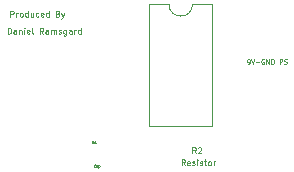
<source format=gbr>
%TF.GenerationSoftware,KiCad,Pcbnew,7.0.6-0*%
%TF.CreationDate,2023-08-01T21:24:21-04:00*%
%TF.ProjectId,Light_Alarm,4c696768-745f-4416-9c61-726d2e6b6963,rev?*%
%TF.SameCoordinates,Original*%
%TF.FileFunction,Legend,Top*%
%TF.FilePolarity,Positive*%
%FSLAX46Y46*%
G04 Gerber Fmt 4.6, Leading zero omitted, Abs format (unit mm)*
G04 Created by KiCad (PCBNEW 7.0.6-0) date 2023-08-01 21:24:21*
%MOMM*%
%LPD*%
G01*
G04 APERTURE LIST*
%ADD10C,0.125000*%
%ADD11C,0.100000*%
%ADD12C,0.050000*%
%ADD13C,0.120000*%
G04 APERTURE END LIST*
D10*
X144981283Y-91372309D02*
X144981283Y-90872309D01*
X144981283Y-90872309D02*
X145100331Y-90872309D01*
X145100331Y-90872309D02*
X145171759Y-90896119D01*
X145171759Y-90896119D02*
X145219378Y-90943738D01*
X145219378Y-90943738D02*
X145243188Y-90991357D01*
X145243188Y-90991357D02*
X145266997Y-91086595D01*
X145266997Y-91086595D02*
X145266997Y-91158023D01*
X145266997Y-91158023D02*
X145243188Y-91253261D01*
X145243188Y-91253261D02*
X145219378Y-91300880D01*
X145219378Y-91300880D02*
X145171759Y-91348500D01*
X145171759Y-91348500D02*
X145100331Y-91372309D01*
X145100331Y-91372309D02*
X144981283Y-91372309D01*
X145695569Y-91372309D02*
X145695569Y-91110404D01*
X145695569Y-91110404D02*
X145671759Y-91062785D01*
X145671759Y-91062785D02*
X145624140Y-91038976D01*
X145624140Y-91038976D02*
X145528902Y-91038976D01*
X145528902Y-91038976D02*
X145481283Y-91062785D01*
X145695569Y-91348500D02*
X145647950Y-91372309D01*
X145647950Y-91372309D02*
X145528902Y-91372309D01*
X145528902Y-91372309D02*
X145481283Y-91348500D01*
X145481283Y-91348500D02*
X145457474Y-91300880D01*
X145457474Y-91300880D02*
X145457474Y-91253261D01*
X145457474Y-91253261D02*
X145481283Y-91205642D01*
X145481283Y-91205642D02*
X145528902Y-91181833D01*
X145528902Y-91181833D02*
X145647950Y-91181833D01*
X145647950Y-91181833D02*
X145695569Y-91158023D01*
X145933664Y-91038976D02*
X145933664Y-91372309D01*
X145933664Y-91086595D02*
X145957474Y-91062785D01*
X145957474Y-91062785D02*
X146005093Y-91038976D01*
X146005093Y-91038976D02*
X146076521Y-91038976D01*
X146076521Y-91038976D02*
X146124140Y-91062785D01*
X146124140Y-91062785D02*
X146147950Y-91110404D01*
X146147950Y-91110404D02*
X146147950Y-91372309D01*
X146386045Y-91372309D02*
X146386045Y-91038976D01*
X146386045Y-90872309D02*
X146362236Y-90896119D01*
X146362236Y-90896119D02*
X146386045Y-90919928D01*
X146386045Y-90919928D02*
X146409855Y-90896119D01*
X146409855Y-90896119D02*
X146386045Y-90872309D01*
X146386045Y-90872309D02*
X146386045Y-90919928D01*
X146814616Y-91348500D02*
X146766997Y-91372309D01*
X146766997Y-91372309D02*
X146671759Y-91372309D01*
X146671759Y-91372309D02*
X146624140Y-91348500D01*
X146624140Y-91348500D02*
X146600331Y-91300880D01*
X146600331Y-91300880D02*
X146600331Y-91110404D01*
X146600331Y-91110404D02*
X146624140Y-91062785D01*
X146624140Y-91062785D02*
X146671759Y-91038976D01*
X146671759Y-91038976D02*
X146766997Y-91038976D01*
X146766997Y-91038976D02*
X146814616Y-91062785D01*
X146814616Y-91062785D02*
X146838426Y-91110404D01*
X146838426Y-91110404D02*
X146838426Y-91158023D01*
X146838426Y-91158023D02*
X146600331Y-91205642D01*
X147124140Y-91372309D02*
X147076521Y-91348500D01*
X147076521Y-91348500D02*
X147052711Y-91300880D01*
X147052711Y-91300880D02*
X147052711Y-90872309D01*
X147981282Y-91372309D02*
X147814616Y-91134214D01*
X147695568Y-91372309D02*
X147695568Y-90872309D01*
X147695568Y-90872309D02*
X147886044Y-90872309D01*
X147886044Y-90872309D02*
X147933663Y-90896119D01*
X147933663Y-90896119D02*
X147957473Y-90919928D01*
X147957473Y-90919928D02*
X147981282Y-90967547D01*
X147981282Y-90967547D02*
X147981282Y-91038976D01*
X147981282Y-91038976D02*
X147957473Y-91086595D01*
X147957473Y-91086595D02*
X147933663Y-91110404D01*
X147933663Y-91110404D02*
X147886044Y-91134214D01*
X147886044Y-91134214D02*
X147695568Y-91134214D01*
X148409854Y-91372309D02*
X148409854Y-91110404D01*
X148409854Y-91110404D02*
X148386044Y-91062785D01*
X148386044Y-91062785D02*
X148338425Y-91038976D01*
X148338425Y-91038976D02*
X148243187Y-91038976D01*
X148243187Y-91038976D02*
X148195568Y-91062785D01*
X148409854Y-91348500D02*
X148362235Y-91372309D01*
X148362235Y-91372309D02*
X148243187Y-91372309D01*
X148243187Y-91372309D02*
X148195568Y-91348500D01*
X148195568Y-91348500D02*
X148171759Y-91300880D01*
X148171759Y-91300880D02*
X148171759Y-91253261D01*
X148171759Y-91253261D02*
X148195568Y-91205642D01*
X148195568Y-91205642D02*
X148243187Y-91181833D01*
X148243187Y-91181833D02*
X148362235Y-91181833D01*
X148362235Y-91181833D02*
X148409854Y-91158023D01*
X148647949Y-91372309D02*
X148647949Y-91038976D01*
X148647949Y-91086595D02*
X148671759Y-91062785D01*
X148671759Y-91062785D02*
X148719378Y-91038976D01*
X148719378Y-91038976D02*
X148790806Y-91038976D01*
X148790806Y-91038976D02*
X148838425Y-91062785D01*
X148838425Y-91062785D02*
X148862235Y-91110404D01*
X148862235Y-91110404D02*
X148862235Y-91372309D01*
X148862235Y-91110404D02*
X148886044Y-91062785D01*
X148886044Y-91062785D02*
X148933663Y-91038976D01*
X148933663Y-91038976D02*
X149005092Y-91038976D01*
X149005092Y-91038976D02*
X149052711Y-91062785D01*
X149052711Y-91062785D02*
X149076521Y-91110404D01*
X149076521Y-91110404D02*
X149076521Y-91372309D01*
X149290807Y-91348500D02*
X149338426Y-91372309D01*
X149338426Y-91372309D02*
X149433664Y-91372309D01*
X149433664Y-91372309D02*
X149481283Y-91348500D01*
X149481283Y-91348500D02*
X149505092Y-91300880D01*
X149505092Y-91300880D02*
X149505092Y-91277071D01*
X149505092Y-91277071D02*
X149481283Y-91229452D01*
X149481283Y-91229452D02*
X149433664Y-91205642D01*
X149433664Y-91205642D02*
X149362235Y-91205642D01*
X149362235Y-91205642D02*
X149314616Y-91181833D01*
X149314616Y-91181833D02*
X149290807Y-91134214D01*
X149290807Y-91134214D02*
X149290807Y-91110404D01*
X149290807Y-91110404D02*
X149314616Y-91062785D01*
X149314616Y-91062785D02*
X149362235Y-91038976D01*
X149362235Y-91038976D02*
X149433664Y-91038976D01*
X149433664Y-91038976D02*
X149481283Y-91062785D01*
X149933664Y-91038976D02*
X149933664Y-91443738D01*
X149933664Y-91443738D02*
X149909854Y-91491357D01*
X149909854Y-91491357D02*
X149886045Y-91515166D01*
X149886045Y-91515166D02*
X149838426Y-91538976D01*
X149838426Y-91538976D02*
X149766997Y-91538976D01*
X149766997Y-91538976D02*
X149719378Y-91515166D01*
X149933664Y-91348500D02*
X149886045Y-91372309D01*
X149886045Y-91372309D02*
X149790807Y-91372309D01*
X149790807Y-91372309D02*
X149743188Y-91348500D01*
X149743188Y-91348500D02*
X149719378Y-91324690D01*
X149719378Y-91324690D02*
X149695569Y-91277071D01*
X149695569Y-91277071D02*
X149695569Y-91134214D01*
X149695569Y-91134214D02*
X149719378Y-91086595D01*
X149719378Y-91086595D02*
X149743188Y-91062785D01*
X149743188Y-91062785D02*
X149790807Y-91038976D01*
X149790807Y-91038976D02*
X149886045Y-91038976D01*
X149886045Y-91038976D02*
X149933664Y-91062785D01*
X150386045Y-91372309D02*
X150386045Y-91110404D01*
X150386045Y-91110404D02*
X150362235Y-91062785D01*
X150362235Y-91062785D02*
X150314616Y-91038976D01*
X150314616Y-91038976D02*
X150219378Y-91038976D01*
X150219378Y-91038976D02*
X150171759Y-91062785D01*
X150386045Y-91348500D02*
X150338426Y-91372309D01*
X150338426Y-91372309D02*
X150219378Y-91372309D01*
X150219378Y-91372309D02*
X150171759Y-91348500D01*
X150171759Y-91348500D02*
X150147950Y-91300880D01*
X150147950Y-91300880D02*
X150147950Y-91253261D01*
X150147950Y-91253261D02*
X150171759Y-91205642D01*
X150171759Y-91205642D02*
X150219378Y-91181833D01*
X150219378Y-91181833D02*
X150338426Y-91181833D01*
X150338426Y-91181833D02*
X150386045Y-91158023D01*
X150624140Y-91372309D02*
X150624140Y-91038976D01*
X150624140Y-91134214D02*
X150647950Y-91086595D01*
X150647950Y-91086595D02*
X150671759Y-91062785D01*
X150671759Y-91062785D02*
X150719378Y-91038976D01*
X150719378Y-91038976D02*
X150766997Y-91038976D01*
X151147950Y-91372309D02*
X151147950Y-90872309D01*
X151147950Y-91348500D02*
X151100331Y-91372309D01*
X151100331Y-91372309D02*
X151005093Y-91372309D01*
X151005093Y-91372309D02*
X150957474Y-91348500D01*
X150957474Y-91348500D02*
X150933664Y-91324690D01*
X150933664Y-91324690D02*
X150909855Y-91277071D01*
X150909855Y-91277071D02*
X150909855Y-91134214D01*
X150909855Y-91134214D02*
X150933664Y-91086595D01*
X150933664Y-91086595D02*
X150957474Y-91062785D01*
X150957474Y-91062785D02*
X151005093Y-91038976D01*
X151005093Y-91038976D02*
X151100331Y-91038976D01*
X151100331Y-91038976D02*
X151147950Y-91062785D01*
X145201283Y-89932309D02*
X145201283Y-89432309D01*
X145201283Y-89432309D02*
X145391759Y-89432309D01*
X145391759Y-89432309D02*
X145439378Y-89456119D01*
X145439378Y-89456119D02*
X145463188Y-89479928D01*
X145463188Y-89479928D02*
X145486997Y-89527547D01*
X145486997Y-89527547D02*
X145486997Y-89598976D01*
X145486997Y-89598976D02*
X145463188Y-89646595D01*
X145463188Y-89646595D02*
X145439378Y-89670404D01*
X145439378Y-89670404D02*
X145391759Y-89694214D01*
X145391759Y-89694214D02*
X145201283Y-89694214D01*
X145701283Y-89932309D02*
X145701283Y-89598976D01*
X145701283Y-89694214D02*
X145725093Y-89646595D01*
X145725093Y-89646595D02*
X145748902Y-89622785D01*
X145748902Y-89622785D02*
X145796521Y-89598976D01*
X145796521Y-89598976D02*
X145844140Y-89598976D01*
X146082236Y-89932309D02*
X146034617Y-89908500D01*
X146034617Y-89908500D02*
X146010807Y-89884690D01*
X146010807Y-89884690D02*
X145986998Y-89837071D01*
X145986998Y-89837071D02*
X145986998Y-89694214D01*
X145986998Y-89694214D02*
X146010807Y-89646595D01*
X146010807Y-89646595D02*
X146034617Y-89622785D01*
X146034617Y-89622785D02*
X146082236Y-89598976D01*
X146082236Y-89598976D02*
X146153664Y-89598976D01*
X146153664Y-89598976D02*
X146201283Y-89622785D01*
X146201283Y-89622785D02*
X146225093Y-89646595D01*
X146225093Y-89646595D02*
X146248902Y-89694214D01*
X146248902Y-89694214D02*
X146248902Y-89837071D01*
X146248902Y-89837071D02*
X146225093Y-89884690D01*
X146225093Y-89884690D02*
X146201283Y-89908500D01*
X146201283Y-89908500D02*
X146153664Y-89932309D01*
X146153664Y-89932309D02*
X146082236Y-89932309D01*
X146677474Y-89932309D02*
X146677474Y-89432309D01*
X146677474Y-89908500D02*
X146629855Y-89932309D01*
X146629855Y-89932309D02*
X146534617Y-89932309D01*
X146534617Y-89932309D02*
X146486998Y-89908500D01*
X146486998Y-89908500D02*
X146463188Y-89884690D01*
X146463188Y-89884690D02*
X146439379Y-89837071D01*
X146439379Y-89837071D02*
X146439379Y-89694214D01*
X146439379Y-89694214D02*
X146463188Y-89646595D01*
X146463188Y-89646595D02*
X146486998Y-89622785D01*
X146486998Y-89622785D02*
X146534617Y-89598976D01*
X146534617Y-89598976D02*
X146629855Y-89598976D01*
X146629855Y-89598976D02*
X146677474Y-89622785D01*
X147129855Y-89598976D02*
X147129855Y-89932309D01*
X146915569Y-89598976D02*
X146915569Y-89860880D01*
X146915569Y-89860880D02*
X146939379Y-89908500D01*
X146939379Y-89908500D02*
X146986998Y-89932309D01*
X146986998Y-89932309D02*
X147058426Y-89932309D01*
X147058426Y-89932309D02*
X147106045Y-89908500D01*
X147106045Y-89908500D02*
X147129855Y-89884690D01*
X147582236Y-89908500D02*
X147534617Y-89932309D01*
X147534617Y-89932309D02*
X147439379Y-89932309D01*
X147439379Y-89932309D02*
X147391760Y-89908500D01*
X147391760Y-89908500D02*
X147367950Y-89884690D01*
X147367950Y-89884690D02*
X147344141Y-89837071D01*
X147344141Y-89837071D02*
X147344141Y-89694214D01*
X147344141Y-89694214D02*
X147367950Y-89646595D01*
X147367950Y-89646595D02*
X147391760Y-89622785D01*
X147391760Y-89622785D02*
X147439379Y-89598976D01*
X147439379Y-89598976D02*
X147534617Y-89598976D01*
X147534617Y-89598976D02*
X147582236Y-89622785D01*
X147986997Y-89908500D02*
X147939378Y-89932309D01*
X147939378Y-89932309D02*
X147844140Y-89932309D01*
X147844140Y-89932309D02*
X147796521Y-89908500D01*
X147796521Y-89908500D02*
X147772712Y-89860880D01*
X147772712Y-89860880D02*
X147772712Y-89670404D01*
X147772712Y-89670404D02*
X147796521Y-89622785D01*
X147796521Y-89622785D02*
X147844140Y-89598976D01*
X147844140Y-89598976D02*
X147939378Y-89598976D01*
X147939378Y-89598976D02*
X147986997Y-89622785D01*
X147986997Y-89622785D02*
X148010807Y-89670404D01*
X148010807Y-89670404D02*
X148010807Y-89718023D01*
X148010807Y-89718023D02*
X147772712Y-89765642D01*
X148439378Y-89932309D02*
X148439378Y-89432309D01*
X148439378Y-89908500D02*
X148391759Y-89932309D01*
X148391759Y-89932309D02*
X148296521Y-89932309D01*
X148296521Y-89932309D02*
X148248902Y-89908500D01*
X148248902Y-89908500D02*
X148225092Y-89884690D01*
X148225092Y-89884690D02*
X148201283Y-89837071D01*
X148201283Y-89837071D02*
X148201283Y-89694214D01*
X148201283Y-89694214D02*
X148225092Y-89646595D01*
X148225092Y-89646595D02*
X148248902Y-89622785D01*
X148248902Y-89622785D02*
X148296521Y-89598976D01*
X148296521Y-89598976D02*
X148391759Y-89598976D01*
X148391759Y-89598976D02*
X148439378Y-89622785D01*
X149225092Y-89670404D02*
X149296520Y-89694214D01*
X149296520Y-89694214D02*
X149320330Y-89718023D01*
X149320330Y-89718023D02*
X149344139Y-89765642D01*
X149344139Y-89765642D02*
X149344139Y-89837071D01*
X149344139Y-89837071D02*
X149320330Y-89884690D01*
X149320330Y-89884690D02*
X149296520Y-89908500D01*
X149296520Y-89908500D02*
X149248901Y-89932309D01*
X149248901Y-89932309D02*
X149058425Y-89932309D01*
X149058425Y-89932309D02*
X149058425Y-89432309D01*
X149058425Y-89432309D02*
X149225092Y-89432309D01*
X149225092Y-89432309D02*
X149272711Y-89456119D01*
X149272711Y-89456119D02*
X149296520Y-89479928D01*
X149296520Y-89479928D02*
X149320330Y-89527547D01*
X149320330Y-89527547D02*
X149320330Y-89575166D01*
X149320330Y-89575166D02*
X149296520Y-89622785D01*
X149296520Y-89622785D02*
X149272711Y-89646595D01*
X149272711Y-89646595D02*
X149225092Y-89670404D01*
X149225092Y-89670404D02*
X149058425Y-89670404D01*
X149510806Y-89598976D02*
X149629854Y-89932309D01*
X149748901Y-89598976D02*
X149629854Y-89932309D01*
X149629854Y-89932309D02*
X149582235Y-90051357D01*
X149582235Y-90051357D02*
X149558425Y-90075166D01*
X149558425Y-90075166D02*
X149510806Y-90098976D01*
D11*
X165280074Y-93925847D02*
X165356265Y-93925847D01*
X165356265Y-93925847D02*
X165394360Y-93906800D01*
X165394360Y-93906800D02*
X165413408Y-93887752D01*
X165413408Y-93887752D02*
X165451503Y-93830609D01*
X165451503Y-93830609D02*
X165470550Y-93754419D01*
X165470550Y-93754419D02*
X165470550Y-93602038D01*
X165470550Y-93602038D02*
X165451503Y-93563942D01*
X165451503Y-93563942D02*
X165432455Y-93544895D01*
X165432455Y-93544895D02*
X165394360Y-93525847D01*
X165394360Y-93525847D02*
X165318169Y-93525847D01*
X165318169Y-93525847D02*
X165280074Y-93544895D01*
X165280074Y-93544895D02*
X165261027Y-93563942D01*
X165261027Y-93563942D02*
X165241979Y-93602038D01*
X165241979Y-93602038D02*
X165241979Y-93697276D01*
X165241979Y-93697276D02*
X165261027Y-93735371D01*
X165261027Y-93735371D02*
X165280074Y-93754419D01*
X165280074Y-93754419D02*
X165318169Y-93773466D01*
X165318169Y-93773466D02*
X165394360Y-93773466D01*
X165394360Y-93773466D02*
X165432455Y-93754419D01*
X165432455Y-93754419D02*
X165451503Y-93735371D01*
X165451503Y-93735371D02*
X165470550Y-93697276D01*
X165584836Y-93525847D02*
X165718169Y-93925847D01*
X165718169Y-93925847D02*
X165851502Y-93525847D01*
X165984836Y-93773466D02*
X166289598Y-93773466D01*
X166689597Y-93544895D02*
X166651502Y-93525847D01*
X166651502Y-93525847D02*
X166594359Y-93525847D01*
X166594359Y-93525847D02*
X166537216Y-93544895D01*
X166537216Y-93544895D02*
X166499121Y-93582990D01*
X166499121Y-93582990D02*
X166480074Y-93621085D01*
X166480074Y-93621085D02*
X166461026Y-93697276D01*
X166461026Y-93697276D02*
X166461026Y-93754419D01*
X166461026Y-93754419D02*
X166480074Y-93830609D01*
X166480074Y-93830609D02*
X166499121Y-93868704D01*
X166499121Y-93868704D02*
X166537216Y-93906800D01*
X166537216Y-93906800D02*
X166594359Y-93925847D01*
X166594359Y-93925847D02*
X166632455Y-93925847D01*
X166632455Y-93925847D02*
X166689597Y-93906800D01*
X166689597Y-93906800D02*
X166708645Y-93887752D01*
X166708645Y-93887752D02*
X166708645Y-93754419D01*
X166708645Y-93754419D02*
X166632455Y-93754419D01*
X166880074Y-93925847D02*
X166880074Y-93525847D01*
X166880074Y-93525847D02*
X167108645Y-93925847D01*
X167108645Y-93925847D02*
X167108645Y-93525847D01*
X167299122Y-93925847D02*
X167299122Y-93525847D01*
X167299122Y-93525847D02*
X167394360Y-93525847D01*
X167394360Y-93525847D02*
X167451503Y-93544895D01*
X167451503Y-93544895D02*
X167489598Y-93582990D01*
X167489598Y-93582990D02*
X167508645Y-93621085D01*
X167508645Y-93621085D02*
X167527693Y-93697276D01*
X167527693Y-93697276D02*
X167527693Y-93754419D01*
X167527693Y-93754419D02*
X167508645Y-93830609D01*
X167508645Y-93830609D02*
X167489598Y-93868704D01*
X167489598Y-93868704D02*
X167451503Y-93906800D01*
X167451503Y-93906800D02*
X167394360Y-93925847D01*
X167394360Y-93925847D02*
X167299122Y-93925847D01*
X168003884Y-93925847D02*
X168003884Y-93525847D01*
X168003884Y-93525847D02*
X168156265Y-93525847D01*
X168156265Y-93525847D02*
X168194360Y-93544895D01*
X168194360Y-93544895D02*
X168213407Y-93563942D01*
X168213407Y-93563942D02*
X168232455Y-93602038D01*
X168232455Y-93602038D02*
X168232455Y-93659180D01*
X168232455Y-93659180D02*
X168213407Y-93697276D01*
X168213407Y-93697276D02*
X168194360Y-93716323D01*
X168194360Y-93716323D02*
X168156265Y-93735371D01*
X168156265Y-93735371D02*
X168003884Y-93735371D01*
X168384836Y-93906800D02*
X168441979Y-93925847D01*
X168441979Y-93925847D02*
X168537217Y-93925847D01*
X168537217Y-93925847D02*
X168575312Y-93906800D01*
X168575312Y-93906800D02*
X168594360Y-93887752D01*
X168594360Y-93887752D02*
X168613407Y-93849657D01*
X168613407Y-93849657D02*
X168613407Y-93811561D01*
X168613407Y-93811561D02*
X168594360Y-93773466D01*
X168594360Y-93773466D02*
X168575312Y-93754419D01*
X168575312Y-93754419D02*
X168537217Y-93735371D01*
X168537217Y-93735371D02*
X168461026Y-93716323D01*
X168461026Y-93716323D02*
X168422931Y-93697276D01*
X168422931Y-93697276D02*
X168403884Y-93678228D01*
X168403884Y-93678228D02*
X168384836Y-93640133D01*
X168384836Y-93640133D02*
X168384836Y-93602038D01*
X168384836Y-93602038D02*
X168403884Y-93563942D01*
X168403884Y-93563942D02*
X168422931Y-93544895D01*
X168422931Y-93544895D02*
X168461026Y-93525847D01*
X168461026Y-93525847D02*
X168556265Y-93525847D01*
X168556265Y-93525847D02*
X168613407Y-93544895D01*
X160906666Y-101496109D02*
X160740000Y-101258014D01*
X160620952Y-101496109D02*
X160620952Y-100996109D01*
X160620952Y-100996109D02*
X160811428Y-100996109D01*
X160811428Y-100996109D02*
X160859047Y-101019919D01*
X160859047Y-101019919D02*
X160882857Y-101043728D01*
X160882857Y-101043728D02*
X160906666Y-101091347D01*
X160906666Y-101091347D02*
X160906666Y-101162776D01*
X160906666Y-101162776D02*
X160882857Y-101210395D01*
X160882857Y-101210395D02*
X160859047Y-101234204D01*
X160859047Y-101234204D02*
X160811428Y-101258014D01*
X160811428Y-101258014D02*
X160620952Y-101258014D01*
X161097143Y-101043728D02*
X161120952Y-101019919D01*
X161120952Y-101019919D02*
X161168571Y-100996109D01*
X161168571Y-100996109D02*
X161287619Y-100996109D01*
X161287619Y-100996109D02*
X161335238Y-101019919D01*
X161335238Y-101019919D02*
X161359047Y-101043728D01*
X161359047Y-101043728D02*
X161382857Y-101091347D01*
X161382857Y-101091347D02*
X161382857Y-101138966D01*
X161382857Y-101138966D02*
X161359047Y-101210395D01*
X161359047Y-101210395D02*
X161073333Y-101496109D01*
X161073333Y-101496109D02*
X161382857Y-101496109D01*
X159980550Y-102503609D02*
X159813884Y-102265514D01*
X159694836Y-102503609D02*
X159694836Y-102003609D01*
X159694836Y-102003609D02*
X159885312Y-102003609D01*
X159885312Y-102003609D02*
X159932931Y-102027419D01*
X159932931Y-102027419D02*
X159956741Y-102051228D01*
X159956741Y-102051228D02*
X159980550Y-102098847D01*
X159980550Y-102098847D02*
X159980550Y-102170276D01*
X159980550Y-102170276D02*
X159956741Y-102217895D01*
X159956741Y-102217895D02*
X159932931Y-102241704D01*
X159932931Y-102241704D02*
X159885312Y-102265514D01*
X159885312Y-102265514D02*
X159694836Y-102265514D01*
X160385312Y-102479800D02*
X160337693Y-102503609D01*
X160337693Y-102503609D02*
X160242455Y-102503609D01*
X160242455Y-102503609D02*
X160194836Y-102479800D01*
X160194836Y-102479800D02*
X160171027Y-102432180D01*
X160171027Y-102432180D02*
X160171027Y-102241704D01*
X160171027Y-102241704D02*
X160194836Y-102194085D01*
X160194836Y-102194085D02*
X160242455Y-102170276D01*
X160242455Y-102170276D02*
X160337693Y-102170276D01*
X160337693Y-102170276D02*
X160385312Y-102194085D01*
X160385312Y-102194085D02*
X160409122Y-102241704D01*
X160409122Y-102241704D02*
X160409122Y-102289323D01*
X160409122Y-102289323D02*
X160171027Y-102336942D01*
X160599598Y-102479800D02*
X160647217Y-102503609D01*
X160647217Y-102503609D02*
X160742455Y-102503609D01*
X160742455Y-102503609D02*
X160790074Y-102479800D01*
X160790074Y-102479800D02*
X160813883Y-102432180D01*
X160813883Y-102432180D02*
X160813883Y-102408371D01*
X160813883Y-102408371D02*
X160790074Y-102360752D01*
X160790074Y-102360752D02*
X160742455Y-102336942D01*
X160742455Y-102336942D02*
X160671026Y-102336942D01*
X160671026Y-102336942D02*
X160623407Y-102313133D01*
X160623407Y-102313133D02*
X160599598Y-102265514D01*
X160599598Y-102265514D02*
X160599598Y-102241704D01*
X160599598Y-102241704D02*
X160623407Y-102194085D01*
X160623407Y-102194085D02*
X160671026Y-102170276D01*
X160671026Y-102170276D02*
X160742455Y-102170276D01*
X160742455Y-102170276D02*
X160790074Y-102194085D01*
X161028169Y-102503609D02*
X161028169Y-102170276D01*
X161028169Y-102003609D02*
X161004360Y-102027419D01*
X161004360Y-102027419D02*
X161028169Y-102051228D01*
X161028169Y-102051228D02*
X161051979Y-102027419D01*
X161051979Y-102027419D02*
X161028169Y-102003609D01*
X161028169Y-102003609D02*
X161028169Y-102051228D01*
X161242455Y-102479800D02*
X161290074Y-102503609D01*
X161290074Y-102503609D02*
X161385312Y-102503609D01*
X161385312Y-102503609D02*
X161432931Y-102479800D01*
X161432931Y-102479800D02*
X161456740Y-102432180D01*
X161456740Y-102432180D02*
X161456740Y-102408371D01*
X161456740Y-102408371D02*
X161432931Y-102360752D01*
X161432931Y-102360752D02*
X161385312Y-102336942D01*
X161385312Y-102336942D02*
X161313883Y-102336942D01*
X161313883Y-102336942D02*
X161266264Y-102313133D01*
X161266264Y-102313133D02*
X161242455Y-102265514D01*
X161242455Y-102265514D02*
X161242455Y-102241704D01*
X161242455Y-102241704D02*
X161266264Y-102194085D01*
X161266264Y-102194085D02*
X161313883Y-102170276D01*
X161313883Y-102170276D02*
X161385312Y-102170276D01*
X161385312Y-102170276D02*
X161432931Y-102194085D01*
X161599598Y-102170276D02*
X161790074Y-102170276D01*
X161671026Y-102003609D02*
X161671026Y-102432180D01*
X161671026Y-102432180D02*
X161694836Y-102479800D01*
X161694836Y-102479800D02*
X161742455Y-102503609D01*
X161742455Y-102503609D02*
X161790074Y-102503609D01*
X162028169Y-102503609D02*
X161980550Y-102479800D01*
X161980550Y-102479800D02*
X161956740Y-102455990D01*
X161956740Y-102455990D02*
X161932931Y-102408371D01*
X161932931Y-102408371D02*
X161932931Y-102265514D01*
X161932931Y-102265514D02*
X161956740Y-102217895D01*
X161956740Y-102217895D02*
X161980550Y-102194085D01*
X161980550Y-102194085D02*
X162028169Y-102170276D01*
X162028169Y-102170276D02*
X162099597Y-102170276D01*
X162099597Y-102170276D02*
X162147216Y-102194085D01*
X162147216Y-102194085D02*
X162171026Y-102217895D01*
X162171026Y-102217895D02*
X162194835Y-102265514D01*
X162194835Y-102265514D02*
X162194835Y-102408371D01*
X162194835Y-102408371D02*
X162171026Y-102455990D01*
X162171026Y-102455990D02*
X162147216Y-102479800D01*
X162147216Y-102479800D02*
X162099597Y-102503609D01*
X162099597Y-102503609D02*
X162028169Y-102503609D01*
X162409121Y-102503609D02*
X162409121Y-102170276D01*
X162409121Y-102265514D02*
X162432931Y-102217895D01*
X162432931Y-102217895D02*
X162456740Y-102194085D01*
X162456740Y-102194085D02*
X162504359Y-102170276D01*
X162504359Y-102170276D02*
X162551978Y-102170276D01*
D12*
X152236666Y-100659923D02*
X152170000Y-100564685D01*
X152122381Y-100659923D02*
X152122381Y-100459923D01*
X152122381Y-100459923D02*
X152198571Y-100459923D01*
X152198571Y-100459923D02*
X152217619Y-100469447D01*
X152217619Y-100469447D02*
X152227142Y-100478971D01*
X152227142Y-100478971D02*
X152236666Y-100498019D01*
X152236666Y-100498019D02*
X152236666Y-100526590D01*
X152236666Y-100526590D02*
X152227142Y-100545638D01*
X152227142Y-100545638D02*
X152217619Y-100555161D01*
X152217619Y-100555161D02*
X152198571Y-100564685D01*
X152198571Y-100564685D02*
X152122381Y-100564685D01*
X152427142Y-100659923D02*
X152312857Y-100659923D01*
X152370000Y-100659923D02*
X152370000Y-100459923D01*
X152370000Y-100459923D02*
X152350952Y-100488495D01*
X152350952Y-100488495D02*
X152331904Y-100507542D01*
X152331904Y-100507542D02*
X152312857Y-100517066D01*
X152394798Y-102623876D02*
X152385274Y-102633400D01*
X152385274Y-102633400D02*
X152356703Y-102642923D01*
X152356703Y-102642923D02*
X152337655Y-102642923D01*
X152337655Y-102642923D02*
X152309084Y-102633400D01*
X152309084Y-102633400D02*
X152290036Y-102614352D01*
X152290036Y-102614352D02*
X152280513Y-102595304D01*
X152280513Y-102595304D02*
X152270989Y-102557209D01*
X152270989Y-102557209D02*
X152270989Y-102528638D01*
X152270989Y-102528638D02*
X152280513Y-102490542D01*
X152280513Y-102490542D02*
X152290036Y-102471495D01*
X152290036Y-102471495D02*
X152309084Y-102452447D01*
X152309084Y-102452447D02*
X152337655Y-102442923D01*
X152337655Y-102442923D02*
X152356703Y-102442923D01*
X152356703Y-102442923D02*
X152385274Y-102452447D01*
X152385274Y-102452447D02*
X152394798Y-102461971D01*
X152566227Y-102642923D02*
X152566227Y-102538161D01*
X152566227Y-102538161D02*
X152556703Y-102519114D01*
X152556703Y-102519114D02*
X152537655Y-102509590D01*
X152537655Y-102509590D02*
X152499560Y-102509590D01*
X152499560Y-102509590D02*
X152480513Y-102519114D01*
X152566227Y-102633400D02*
X152547179Y-102642923D01*
X152547179Y-102642923D02*
X152499560Y-102642923D01*
X152499560Y-102642923D02*
X152480513Y-102633400D01*
X152480513Y-102633400D02*
X152470989Y-102614352D01*
X152470989Y-102614352D02*
X152470989Y-102595304D01*
X152470989Y-102595304D02*
X152480513Y-102576257D01*
X152480513Y-102576257D02*
X152499560Y-102566733D01*
X152499560Y-102566733D02*
X152547179Y-102566733D01*
X152547179Y-102566733D02*
X152566227Y-102557209D01*
X152661465Y-102509590D02*
X152661465Y-102709590D01*
X152661465Y-102519114D02*
X152680512Y-102509590D01*
X152680512Y-102509590D02*
X152718607Y-102509590D01*
X152718607Y-102509590D02*
X152737655Y-102519114D01*
X152737655Y-102519114D02*
X152747179Y-102528638D01*
X152747179Y-102528638D02*
X152756703Y-102547685D01*
X152756703Y-102547685D02*
X152756703Y-102604828D01*
X152756703Y-102604828D02*
X152747179Y-102623876D01*
X152747179Y-102623876D02*
X152737655Y-102633400D01*
X152737655Y-102633400D02*
X152718607Y-102642923D01*
X152718607Y-102642923D02*
X152680512Y-102642923D01*
X152680512Y-102642923D02*
X152661465Y-102633400D01*
D13*
%TO.C,U1*%
X162275000Y-88885000D02*
X160625000Y-88885000D01*
X156975000Y-88885000D02*
X156975000Y-99165000D01*
X162275000Y-99165000D02*
X162275000Y-88885000D01*
X158625000Y-88885000D02*
X156975000Y-88885000D01*
X156975000Y-99165000D02*
X162275000Y-99165000D01*
X158625000Y-88885000D02*
G75*
G03*
X160625000Y-88885000I1000000J0D01*
G01*
%TD*%
M02*

</source>
